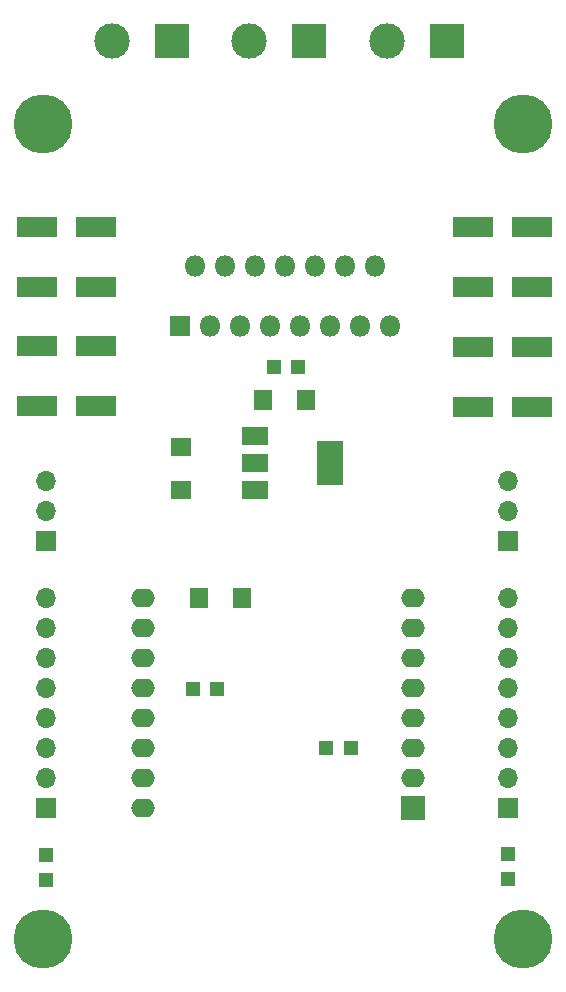
<source format=gts>
%TF.GenerationSoftware,KiCad,Pcbnew,9.0.5*%
%TF.CreationDate,2025-11-06T15:34:49+07:00*%
%TF.ProjectId,WirelessMD,57697265-6c65-4737-934d-442e6b696361,rev?*%
%TF.SameCoordinates,Original*%
%TF.FileFunction,Soldermask,Top*%
%TF.FilePolarity,Negative*%
%FSLAX46Y46*%
G04 Gerber Fmt 4.6, Leading zero omitted, Abs format (unit mm)*
G04 Created by KiCad (PCBNEW 9.0.5) date 2025-11-06 15:34:49*
%MOMM*%
%LPD*%
G01*
G04 APERTURE LIST*
%ADD10R,1.700000X1.700000*%
%ADD11O,1.700000X1.700000*%
%ADD12R,2.200000X1.500000*%
%ADD13R,2.200000X3.800000*%
%ADD14R,3.500000X1.800000*%
%ADD15R,3.000000X3.000000*%
%ADD16C,3.000000*%
%ADD17R,2.000000X2.000000*%
%ADD18O,2.000000X1.600000*%
%ADD19R,1.800000X1.800000*%
%ADD20O,1.800000X1.800000*%
%ADD21C,0.800000*%
%ADD22C,5.000000*%
%ADD23R,1.200000X1.200000*%
%ADD24R,1.500000X1.800000*%
%ADD25R,1.800000X1.500000*%
G04 APERTURE END LIST*
D10*
%TO.C,J11*%
X93980000Y-116063000D03*
D11*
X93980000Y-113523000D03*
X93980000Y-110983000D03*
X93980000Y-108443000D03*
X93980000Y-105903000D03*
X93980000Y-103363000D03*
X93980000Y-100823000D03*
X93980000Y-98283000D03*
%TD*%
D12*
%TO.C,U6*%
X111683000Y-84568000D03*
X111683000Y-86868000D03*
X111683000Y-89168000D03*
D13*
X117983000Y-86868000D03*
%TD*%
D14*
%TO.C,D8*%
X130088000Y-66910000D03*
X135088000Y-66910000D03*
%TD*%
D15*
%TO.C,J13*%
X116205000Y-51181000D03*
D16*
X111125000Y-51181000D03*
%TD*%
D14*
%TO.C,D4*%
X98178000Y-82051690D03*
X93178000Y-82051690D03*
%TD*%
%TO.C,D6*%
X130088000Y-82150000D03*
X135088000Y-82150000D03*
%TD*%
D17*
%TO.C,U4*%
X124991000Y-116078000D03*
D18*
X124991000Y-113538000D03*
X124991000Y-110998000D03*
X124991000Y-108458000D03*
X124991000Y-105918000D03*
X124991000Y-103378000D03*
X124991000Y-100838000D03*
X124991000Y-98298000D03*
X102131000Y-98298000D03*
X102131000Y-100838000D03*
X102131000Y-103378000D03*
X102131000Y-105918000D03*
X102131000Y-108458000D03*
X102131000Y-110998000D03*
X102131000Y-113538000D03*
X102131000Y-116078000D03*
%TD*%
D19*
%TO.C,U2*%
X105325000Y-75309000D03*
D20*
X106595000Y-70229000D03*
X107865000Y-75309000D03*
X109135000Y-70229000D03*
X110405000Y-75309000D03*
X111675000Y-70229000D03*
X112945000Y-75309000D03*
X114215000Y-70229000D03*
X115485000Y-75309000D03*
X116755000Y-70229000D03*
X118025000Y-75309000D03*
X119295000Y-70229000D03*
X120565000Y-75309000D03*
X121835000Y-70229000D03*
X123105000Y-75309000D03*
%TD*%
D21*
%TO.C,REF\u002A\u002A*%
X132491000Y-58166000D03*
X133040175Y-56840175D03*
X133040175Y-59491825D03*
X134366000Y-56291000D03*
D22*
X134366000Y-58166000D03*
D21*
X134366000Y-60041000D03*
X135691825Y-56840175D03*
X135691825Y-59491825D03*
X136241000Y-58166000D03*
%TD*%
D23*
%TO.C,R12*%
X108458000Y-106045000D03*
X106358000Y-106045000D03*
%TD*%
D21*
%TO.C,REF\u002A\u002A*%
X132491000Y-127182825D03*
X133040175Y-125857000D03*
X133040175Y-128508650D03*
X134366000Y-125307825D03*
D22*
X134366000Y-127182825D03*
D21*
X134366000Y-129057825D03*
X135691825Y-125857000D03*
X135691825Y-128508650D03*
X136241000Y-127182825D03*
%TD*%
D14*
%TO.C,D9*%
X130088000Y-71990000D03*
X135088000Y-71990000D03*
%TD*%
%TO.C,D3*%
X98178000Y-71973230D03*
X93178000Y-71973230D03*
%TD*%
D21*
%TO.C,REF\u002A\u002A*%
X91821000Y-127182825D03*
X92370175Y-125857000D03*
X92370175Y-128508650D03*
X93696000Y-125307825D03*
D22*
X93696000Y-127182825D03*
D21*
X93696000Y-129057825D03*
X95021825Y-125857000D03*
X95021825Y-128508650D03*
X95571000Y-127182825D03*
%TD*%
D24*
%TO.C,C7*%
X115939000Y-81534000D03*
X112339000Y-81534000D03*
%TD*%
D10*
%TO.C,J8*%
X133096000Y-116078000D03*
D11*
X133096000Y-113538000D03*
X133096000Y-110998000D03*
X133096000Y-108458000D03*
X133096000Y-105918000D03*
X133096000Y-103378000D03*
X133096000Y-100838000D03*
X133096000Y-98298000D03*
%TD*%
D10*
%TO.C,J4*%
X133096000Y-93472000D03*
D11*
X133096000Y-90932000D03*
X133096000Y-88392000D03*
%TD*%
D23*
%TO.C,D10*%
X133096000Y-122115000D03*
X133096000Y-120015000D03*
%TD*%
D14*
%TO.C,D7*%
X130088000Y-77070000D03*
X135088000Y-77070000D03*
%TD*%
D10*
%TO.C,J3*%
X93980000Y-93472000D03*
D11*
X93980000Y-90932000D03*
X93980000Y-88392000D03*
%TD*%
D25*
%TO.C,C9*%
X105410000Y-89142000D03*
X105410000Y-85542000D03*
%TD*%
D23*
%TO.C,C8*%
X115316000Y-78740000D03*
X113216000Y-78740000D03*
%TD*%
D15*
%TO.C,J7*%
X127889000Y-51181000D03*
D16*
X122809000Y-51181000D03*
%TD*%
D21*
%TO.C,REF\u002A\u002A*%
X91851000Y-58166000D03*
X92400175Y-56840175D03*
X92400175Y-59491825D03*
X93726000Y-56291000D03*
D22*
X93726000Y-58166000D03*
D21*
X93726000Y-60041000D03*
X95051825Y-56840175D03*
X95051825Y-59491825D03*
X95601000Y-58166000D03*
%TD*%
D24*
%TO.C,F2*%
X110512000Y-98298000D03*
X106912000Y-98298000D03*
%TD*%
D23*
%TO.C,R11*%
X117695000Y-110998000D03*
X119795000Y-110998000D03*
%TD*%
D15*
%TO.C,J6*%
X104648000Y-51181000D03*
D16*
X99568000Y-51181000D03*
%TD*%
D14*
%TO.C,D2*%
X98178000Y-66934000D03*
X93178000Y-66934000D03*
%TD*%
%TO.C,D5*%
X98178000Y-77012460D03*
X93178000Y-77012460D03*
%TD*%
D23*
%TO.C,D11*%
X93980000Y-122174000D03*
X93980000Y-120074000D03*
%TD*%
M02*

</source>
